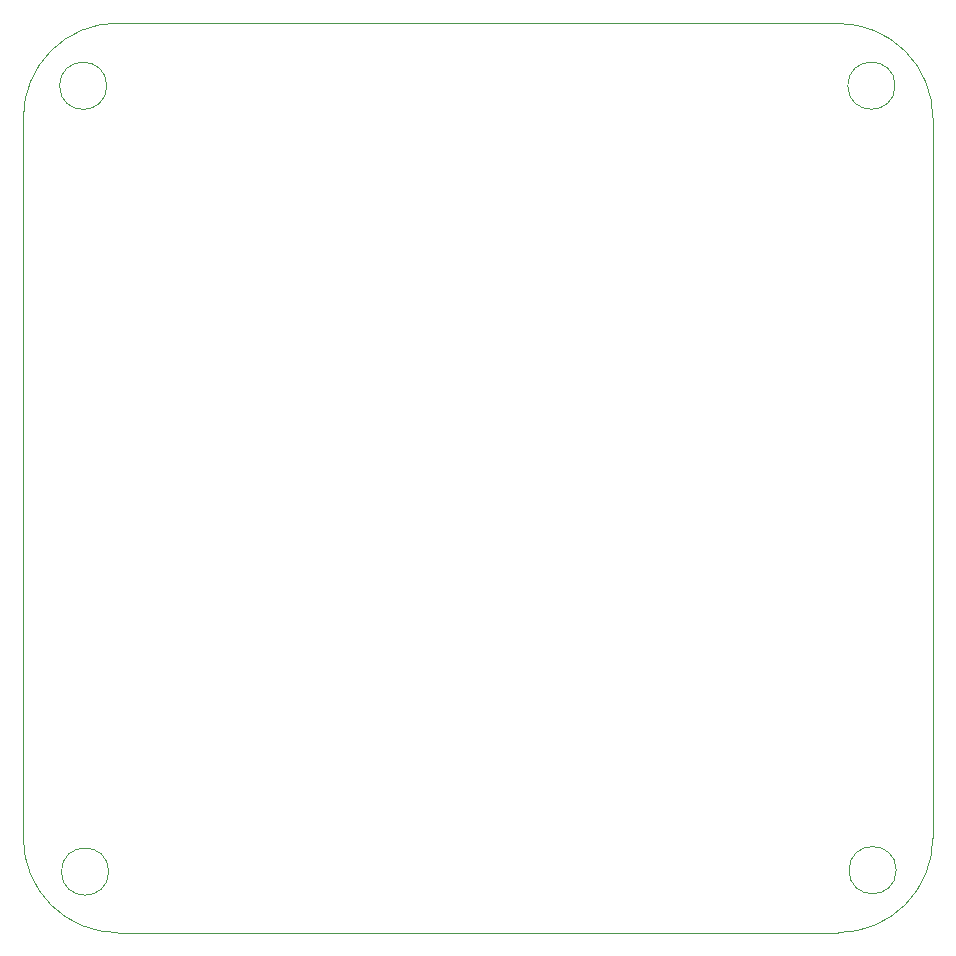
<source format=gbr>
%TF.GenerationSoftware,KiCad,Pcbnew,7.0.10*%
%TF.CreationDate,2024-11-11T15:26:17+02:00*%
%TF.ProjectId,Elektroniikkapaja,456c656b-7472-46f6-9e69-696b6b617061,rev?*%
%TF.SameCoordinates,Original*%
%TF.FileFunction,Profile,NP*%
%FSLAX46Y46*%
G04 Gerber Fmt 4.6, Leading zero omitted, Abs format (unit mm)*
G04 Created by KiCad (PCBNEW 7.0.10) date 2024-11-11 15:26:17*
%MOMM*%
%LPD*%
G01*
G04 APERTURE LIST*
%TA.AperFunction,Profile*%
%ADD10C,0.100000*%
%TD*%
G04 APERTURE END LIST*
D10*
X186210000Y-140840000D02*
G75*
G03*
X182210000Y-140840000I-2000000J0D01*
G01*
X182210000Y-140840000D02*
G75*
G03*
X186210000Y-140840000I2000000J0D01*
G01*
X252790000Y-74300000D02*
G75*
G03*
X248790000Y-74300000I-2000000J0D01*
G01*
X248790000Y-74300000D02*
G75*
G03*
X252790000Y-74300000I2000000J0D01*
G01*
X186984577Y-68994985D02*
X247991450Y-69034589D01*
X186984577Y-68994978D02*
G75*
G03*
X178994589Y-76998550I23J-7990022D01*
G01*
X178990001Y-138020000D02*
G75*
G03*
X186993565Y-146009987I7989999J0D01*
G01*
X178994589Y-76998550D02*
X178990000Y-138020000D01*
X252890000Y-140720000D02*
G75*
G03*
X248890000Y-140720000I-2000000J0D01*
G01*
X248890000Y-140720000D02*
G75*
G03*
X252890000Y-140720000I2000000J0D01*
G01*
X186993565Y-146009988D02*
X247995423Y-146000000D01*
X247995423Y-146000022D02*
G75*
G03*
X255985410Y-137996435I-23J7990022D01*
G01*
X255995022Y-77024577D02*
G75*
G03*
X247991450Y-69034589I-7990022J-23D01*
G01*
X255995015Y-77024577D02*
X255985411Y-137996435D01*
X186050000Y-74310000D02*
G75*
G03*
X182050000Y-74310000I-2000000J0D01*
G01*
X182050000Y-74310000D02*
G75*
G03*
X186050000Y-74310000I2000000J0D01*
G01*
M02*

</source>
